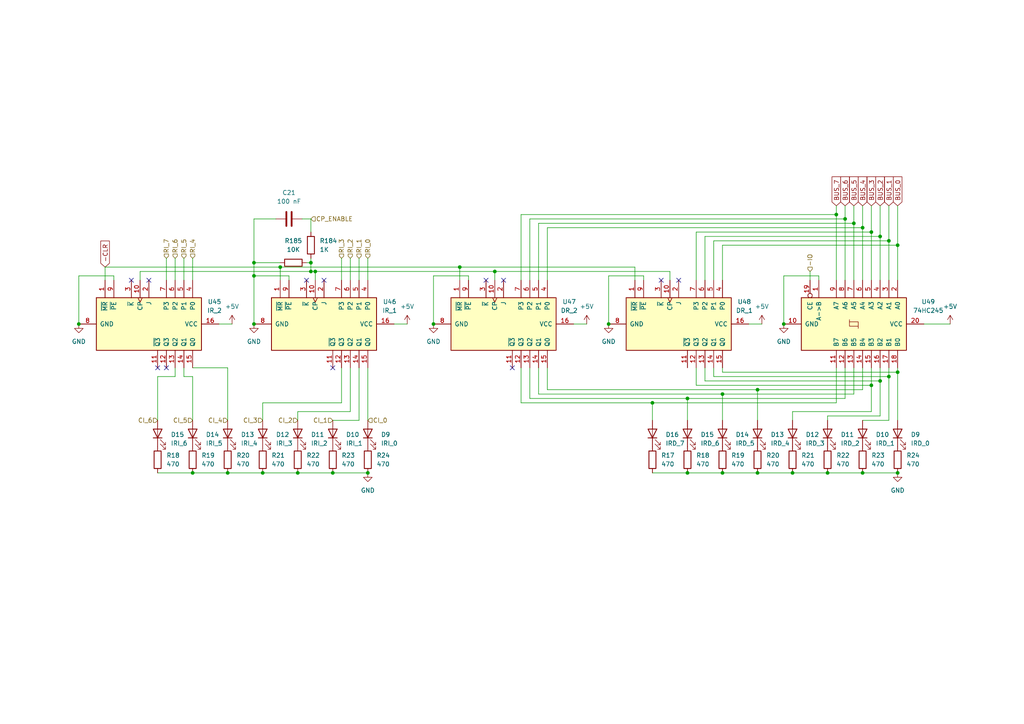
<source format=kicad_sch>
(kicad_sch (version 20230121) (generator eeschema)
  (paper "A4")
  (title_block (title "Instruction Register") (date "2023-07-16") (rev "1"))
  (lib_symbols
    (symbol "74xx:74HC245" (pin_names (offset 1.016))
      (property "Reference" "U" (at -7.62 16.51 0))
      (property "Value" "74HC245" (at -7.62 -16.51 0))
      (symbol "74HC245_1_0"
        (polyline (pts (xy -0.635 -1.27) (xy -0.635 1.27) (xy 0.635 1.27)))
        (polyline (pts (xy -1.27 -1.27) (xy 0.635 -1.27) (xy 0.635 1.27) (xy 1.27 1.27)))
        (pin input line (at -12.7 -10.16 0) (length 5.08) (name "A->B") (number "1"))
        (pin power_in line (at 0 -20.32 90) (length 5.08) (name "GND") (number "10"))
        (pin tri_state line (at 12.7 -5.08 180) (length 5.08) (name "B7") (number "11"))
        (pin tri_state line (at 12.7 -2.54 180) (length 5.08) (name "B6") (number "12"))
        (pin tri_state line (at 12.7 0 180) (length 5.08) (name "B5") (number "13"))
        (pin tri_state line (at 12.7 2.54 180) (length 5.08) (name "B4") (number "14"))
        (pin tri_state line (at 12.7 5.08 180) (length 5.08) (name "B3") (number "15"))
        (pin tri_state line (at 12.7 7.62 180) (length 5.08) (name "B2") (number "16"))
        (pin tri_state line (at 12.7 10.16 180) (length 5.08) (name "B1") (number "17"))
        (pin tri_state line (at 12.7 12.7 180) (length 5.08) (name "B0") (number "18"))
        (pin input inverted (at -12.7 -12.7 0) (length 5.08) (name "CE") (number "19"))
        (pin tri_state line (at -12.7 12.7 0) (length 5.08) (name "A0") (number "2"))
        (pin power_in line (at 0 20.32 270) (length 5.08) (name "VCC") (number "20"))
        (pin tri_state line (at -12.7 10.16 0) (length 5.08) (name "A1") (number "3"))
        (pin tri_state line (at -12.7 7.62 0) (length 5.08) (name "A2") (number "4"))
        (pin tri_state line (at -12.7 5.08 0) (length 5.08) (name "A3") (number "5"))
        (pin tri_state line (at -12.7 2.54 0) (length 5.08) (name "A4") (number "6"))
        (pin tri_state line (at -12.7 0 0) (length 5.08) (name "A5") (number "7"))
        (pin tri_state line (at -12.7 -2.54 0) (length 5.08) (name "A6") (number "8"))
        (pin tri_state line (at -12.7 -5.08 0) (length 5.08) (name "A7") (number "9"))
      )
      (symbol "74HC245_1_1"
        (rectangle (start -7.62 15.24) (end 7.62 -15.24) (stroke (width 0.254)) (fill (type background)))
      )
    )
    (symbol "74xx:74LS195" (pin_names (offset 1.016))
      (property "Reference" "U" (at -7.62 16.51 0))
      (property "Value" "74LS195" (at -7.62 -16.51 0))
      (symbol "74LS195_1_0"
        (pin input line (at -12.7 -12.7 0) (length 5.08) (name "~{MR}") (number "1"))
        (pin input clock (at -12.7 -2.54 0) (length 5.08) (name "CP") (number "10"))
        (pin output line (at 12.7 2.54 180) (length 5.08) (name "~{Q3}") (number "11"))
        (pin output line (at 12.7 5.08 180) (length 5.08) (name "Q3") (number "12"))
        (pin output line (at 12.7 7.62 180) (length 5.08) (name "Q2") (number "13"))
        (pin output line (at 12.7 10.16 180) (length 5.08) (name "Q1") (number "14"))
        (pin output line (at 12.7 12.7 180) (length 5.08) (name "Q0") (number "15"))
        (pin power_in line (at 0 20.32 270) (length 5.08) (name "VCC") (number "16"))
        (pin input line (at -12.7 0 0) (length 5.08) (name "J") (number "2"))
        (pin input line (at -12.7 -5.08 0) (length 5.08) (name "~{K}") (number "3"))
        (pin input line (at -12.7 12.7 0) (length 5.08) (name "P0") (number "4"))
        (pin input line (at -12.7 10.16 0) (length 5.08) (name "P1") (number "5"))
        (pin input line (at -12.7 7.62 0) (length 5.08) (name "P2") (number "6"))
        (pin input line (at -12.7 5.08 0) (length 5.08) (name "P3") (number "7"))
        (pin power_in line (at 0 -20.32 90) (length 5.08) (name "GND") (number "8"))
        (pin input line (at -12.7 -10.16 0) (length 5.08) (name "~{PE}") (number "9"))
      )
      (symbol "74LS195_1_1"
        (rectangle (start -7.62 15.24) (end 7.62 -15.24) (stroke (width 0.254)) (fill (type background)))
      )
    )
    (symbol "Device:C" (pin_numbers hide) (pin_names (offset 0.254))
      (property "Reference" "C" (at 0.635 2.54 0))
      (property "Value" "C" (at 0.635 -2.54 0))
      (symbol "C_0_1"
        (polyline (pts (xy -2.032 -0.762) (xy 2.032 -0.762)) (stroke (width 0.508)))
        (polyline (pts (xy -2.032 0.762) (xy 2.032 0.762)) (stroke (width 0.508)))
      )
      (symbol "C_1_1"
        (pin passive line (at 0 3.81 270) (length 2.794) (name "~") (number "1"))
        (pin passive line (at 0 -3.81 90) (length 2.794) (name "~") (number "2"))
      )
    )
    (symbol "Device:LED" (pin_numbers hide) (pin_names (offset 1.016) hide)
      (property "Reference" "D" (at 0 2.54 0))
      (property "Value" "LED" (at 0 -2.54 0))
      (symbol "LED_0_1"
        (polyline (pts (xy -1.27 -1.27) (xy -1.27 1.27)) (stroke (width 0.254)))
        (polyline (pts (xy -1.27 0) (xy 1.27 0)))
        (polyline (pts (xy 1.27 -1.27) (xy 1.27 1.27) (xy -1.27 0) (xy 1.27 -1.27)) (stroke (width 0.254)))
        (polyline (pts (xy -3.048 -0.762) (xy -4.572 -2.286) (xy -3.81 -2.286) (xy -4.572 -2.286) (xy -4.572 -1.524)))
        (polyline (pts (xy -1.778 -0.762) (xy -3.302 -2.286) (xy -2.54 -2.286) (xy -3.302 -2.286) (xy -3.302 -1.524)))
      )
      (symbol "LED_1_1"
        (pin passive line (at -3.81 0 0) (length 2.54) (name "K") (number "1"))
        (pin passive line (at 3.81 0 180) (length 2.54) (name "A") (number "2"))
      )
    )
    (symbol "Device:R" (pin_numbers hide) (pin_names (offset 0))
      (property "Reference" "R" (at 2.032 0 90))
      (property "Value" "R" (at 0 0 90))
      (symbol "R_0_1"
        (rectangle (start -1.016 -2.54) (end 1.016 2.54) (stroke (width 0.254)))
      )
      (symbol "R_1_1"
        (pin passive line (at 0 3.81 270) (length 1.27) (name "~") (number "1"))
        (pin passive line (at 0 -3.81 90) (length 1.27) (name "~") (number "2"))
      )
    )
    (symbol "power:+5V" (power) (pin_names (offset 0))
      (property "Value" "+5V" (at 0 3.556 0))
      (symbol "+5V_0_1"
        (polyline (pts (xy -0.762 1.27) (xy 0 2.54)))
        (polyline (pts (xy 0 0) (xy 0 2.54)))
        (polyline (pts (xy 0 2.54) (xy 0.762 1.27)))
      )
      (symbol "+5V_1_1"
        (pin power_in line (at 0 0 90) (length 0) hide (name "+5V") (number "1"))
      )
    )
    (symbol "power:GND" (power) (pin_names (offset 0))
      (property "Value" "GND" (at 0 -3.81 0))
      (symbol "GND_0_1"
        (polyline (pts (xy 0 0) (xy 0 -1.27) (xy 1.27 -1.27) (xy 0 -2.54) (xy -1.27 -1.27) (xy 0 -1.27)))
      )
      (symbol "GND_1_1"
        (pin power_in line (at 0 0 270) (length 0) hide (name "GND") (number "1"))
      )
    )
  )
  (junction (at 257.81 69.85))
  (junction (at 176.53 93.98))
  (junction (at 133.35 77.47))
  (junction (at 252.73 111.76))
  (junction (at 189.23 116.84))
  (junction (at 106.68 137.16))
  (junction (at 242.57 62.23))
  (junction (at 252.73 67.31))
  (junction (at 73.66 76.2))
  (junction (at 143.51 78.74))
  (junction (at 260.35 137.16))
  (junction (at 76.2 137.16))
  (junction (at 229.87 137.16))
  (junction (at 90.17 76.2))
  (junction (at 73.66 93.98))
  (junction (at 257.81 109.22))
  (junction (at 255.27 110.49))
  (junction (at 255.27 68.58))
  (junction (at 260.35 107.95))
  (junction (at 199.39 115.57))
  (junction (at 240.03 137.16))
  (junction (at 91.44 78.74))
  (junction (at 250.19 137.16))
  (junction (at 81.28 77.47))
  (junction (at 227.33 93.98))
  (junction (at 219.71 113.03))
  (junction (at 199.39 137.16))
  (junction (at 86.36 137.16))
  (junction (at 66.04 137.16))
  (junction (at 209.55 137.16))
  (junction (at 247.65 64.77))
  (junction (at 90.17 78.74))
  (junction (at 96.52 137.16))
  (junction (at 260.35 71.12))
  (junction (at 55.88 137.16))
  (junction (at 73.66 80.01))
  (junction (at 245.11 63.5))
  (junction (at 209.55 114.3))
  (junction (at 125.73 93.98))
  (junction (at 250.19 66.04))
  (junction (at 22.86 93.98))
  (junction (at 219.71 137.16))
  (no_connect (at 43.18 81.28))
  (no_connect (at 93.98 81.28))
  (no_connect (at 88.9 81.28))
  (no_connect (at 148.59 106.68))
  (no_connect (at 38.1 81.28))
  (no_connect (at 45.72 106.68))
  (no_connect (at 96.52 106.68))
  (no_connect (at 196.85 81.28))
  (no_connect (at 146.05 81.28))
  (no_connect (at 191.77 81.28))
  (no_connect (at 48.26 106.68))
  (no_connect (at 140.97 81.28))
  (wire (pts (xy 209.55 71.12) (xy 260.35 71.12)))
  (wire (pts (xy 207.01 69.85) (xy 257.81 69.85)))
  (wire (pts (xy 252.73 111.76) (xy 252.73 106.68)))
  (wire (pts (xy 229.87 137.16) (xy 240.03 137.16)))
  (wire (pts (xy 201.93 111.76) (xy 252.73 111.76)))
  (wire (pts (xy 260.35 107.95) (xy 260.35 106.68)))
  (wire (pts (xy 199.39 115.57) (xy 245.11 115.57)))
  (wire (pts (xy 257.81 59.69) (xy 257.81 69.85)))
  (wire (pts (xy 135.89 81.28) (xy 135.89 80.01)))
  (wire (pts (xy 158.75 113.03) (xy 219.71 113.03)))
  (wire (pts (xy 80.01 63.5) (xy 73.66 63.5)))
  (wire (pts (xy 114.3 93.98) (xy 118.11 93.98)))
  (wire (pts (xy 209.55 137.16) (xy 219.71 137.16)))
  (wire (pts (xy 189.23 137.16) (xy 199.39 137.16)))
  (wire (pts (xy 96.52 137.16) (xy 106.68 137.16)))
  (wire (pts (xy 45.72 109.22) (xy 50.8 109.22)))
  (wire (pts (xy 189.23 116.84) (xy 189.23 121.92)))
  (wire (pts (xy 245.11 115.57) (xy 245.11 106.68)))
  (wire (pts (xy 40.64 81.28) (xy 40.64 78.74)))
  (wire (pts (xy 153.67 63.5) (xy 245.11 63.5)))
  (wire (pts (xy 90.17 78.74) (xy 91.44 78.74)))
  (wire (pts (xy 96.52 121.92) (xy 104.14 121.92)))
  (wire (pts (xy 156.21 114.3) (xy 209.55 114.3)))
  (wire (pts (xy 255.27 59.69) (xy 255.27 68.58)))
  (wire (pts (xy 90.17 63.5) (xy 87.63 63.5)))
  (wire (pts (xy 73.66 63.5) (xy 73.66 76.2)))
  (wire (pts (xy 45.72 137.16) (xy 55.88 137.16)))
  (wire (pts (xy 250.19 137.16) (xy 260.35 137.16)))
  (wire (pts (xy 55.88 109.22) (xy 55.88 121.92)))
  (wire (pts (xy 153.67 115.57) (xy 199.39 115.57)))
  (wire (pts (xy 73.66 80.01) (xy 73.66 93.98)))
  (wire (pts (xy 66.04 121.92) (xy 66.04 106.68)))
  (wire (pts (xy 201.93 81.28) (xy 201.93 67.31)))
  (wire (pts (xy 255.27 110.49) (xy 255.27 106.68)))
  (wire (pts (xy 240.03 137.16) (xy 250.19 137.16)))
  (wire (pts (xy 135.89 80.01) (xy 125.73 80.01)))
  (wire (pts (xy 255.27 68.58) (xy 255.27 81.28)))
  (wire (pts (xy 240.03 121.92) (xy 240.03 120.65)))
  (wire (pts (xy 247.65 64.77) (xy 247.65 81.28)))
  (wire (pts (xy 104.14 121.92) (xy 104.14 106.68)))
  (wire (pts (xy 86.36 119.38) (xy 86.36 121.92)))
  (wire (pts (xy 166.37 93.98) (xy 170.18 93.98)))
  (wire (pts (xy 76.2 116.84) (xy 76.2 121.92)))
  (wire (pts (xy 267.97 93.98) (xy 275.59 93.98)))
  (wire (pts (xy 22.86 80.01) (xy 22.86 93.98)))
  (wire (pts (xy 101.6 74.93) (xy 101.6 81.28)))
  (wire (pts (xy 133.35 77.47) (xy 184.15 77.47)))
  (wire (pts (xy 73.66 76.2) (xy 73.66 80.01)))
  (wire (pts (xy 186.69 80.01) (xy 176.53 80.01)))
  (wire (pts (xy 88.9 76.2) (xy 90.17 76.2)))
  (wire (pts (xy 158.75 66.04) (xy 250.19 66.04)))
  (wire (pts (xy 260.35 59.69) (xy 260.35 71.12)))
  (wire (pts (xy 153.67 106.68) (xy 153.67 115.57)))
  (wire (pts (xy 106.68 74.93) (xy 106.68 81.28)))
  (wire (pts (xy 106.68 106.68) (xy 106.68 121.92)))
  (wire (pts (xy 219.71 113.03) (xy 250.19 113.03)))
  (wire (pts (xy 158.75 106.68) (xy 158.75 113.03)))
  (wire (pts (xy 143.51 78.74) (xy 194.31 78.74)))
  (wire (pts (xy 252.73 119.38) (xy 252.73 111.76)))
  (wire (pts (xy 90.17 74.93) (xy 90.17 76.2)))
  (wire (pts (xy 252.73 59.69) (xy 252.73 67.31)))
  (wire (pts (xy 55.88 109.22) (xy 53.34 109.22)))
  (wire (pts (xy 133.35 77.47) (xy 133.35 81.28)))
  (wire (pts (xy 55.88 74.93) (xy 55.88 81.28)))
  (wire (pts (xy 204.47 68.58) (xy 255.27 68.58)))
  (wire (pts (xy 229.87 119.38) (xy 252.73 119.38)))
  (wire (pts (xy 53.34 74.93) (xy 53.34 81.28)))
  (wire (pts (xy 30.48 77.47) (xy 81.28 77.47)))
  (wire (pts (xy 242.57 62.23) (xy 242.57 81.28)))
  (wire (pts (xy 250.19 66.04) (xy 250.19 81.28)))
  (wire (pts (xy 153.67 81.28) (xy 153.67 63.5)))
  (wire (pts (xy 209.55 114.3) (xy 209.55 121.92)))
  (wire (pts (xy 250.19 59.69) (xy 250.19 66.04)))
  (wire (pts (xy 219.71 113.03) (xy 219.71 121.92)))
  (wire (pts (xy 237.49 81.28) (xy 237.49 80.01)))
  (wire (pts (xy 194.31 78.74) (xy 194.31 81.28)))
  (wire (pts (xy 250.19 121.92) (xy 257.81 121.92)))
  (wire (pts (xy 86.36 137.16) (xy 96.52 137.16)))
  (wire (pts (xy 86.36 119.38) (xy 101.6 119.38)))
  (wire (pts (xy 219.71 137.16) (xy 229.87 137.16)))
  (wire (pts (xy 252.73 67.31) (xy 252.73 81.28)))
  (wire (pts (xy 156.21 81.28) (xy 156.21 64.77)))
  (wire (pts (xy 257.81 121.92) (xy 257.81 109.22)))
  (wire (pts (xy 209.55 106.68) (xy 209.55 107.95)))
  (wire (pts (xy 245.11 63.5) (xy 245.11 81.28)))
  (wire (pts (xy 33.02 81.28) (xy 33.02 80.01)))
  (wire (pts (xy 151.13 106.68) (xy 151.13 116.84)))
  (wire (pts (xy 90.17 76.2) (xy 90.17 78.74)))
  (wire (pts (xy 50.8 74.93) (xy 50.8 81.28)))
  (wire (pts (xy 50.8 109.22) (xy 50.8 106.68)))
  (wire (pts (xy 240.03 120.65) (xy 255.27 120.65)))
  (wire (pts (xy 229.87 121.92) (xy 229.87 119.38)))
  (wire (pts (xy 83.82 81.28) (xy 83.82 80.01)))
  (wire (pts (xy 48.26 74.93) (xy 48.26 81.28)))
  (wire (pts (xy 101.6 119.38) (xy 101.6 106.68)))
  (wire (pts (xy 73.66 76.2) (xy 81.28 76.2)))
  (wire (pts (xy 227.33 80.01) (xy 227.33 93.98)))
  (wire (pts (xy 199.39 115.57) (xy 199.39 121.92)))
  (wire (pts (xy 76.2 116.84) (xy 99.06 116.84)))
  (wire (pts (xy 237.49 80.01) (xy 227.33 80.01)))
  (wire (pts (xy 99.06 74.93) (xy 99.06 81.28)))
  (wire (pts (xy 40.64 78.74) (xy 90.17 78.74)))
  (wire (pts (xy 158.75 81.28) (xy 158.75 66.04)))
  (wire (pts (xy 207.01 109.22) (xy 257.81 109.22)))
  (wire (pts (xy 201.93 67.31) (xy 252.73 67.31)))
  (wire (pts (xy 247.65 59.69) (xy 247.65 64.77)))
  (wire (pts (xy 55.88 137.16) (xy 66.04 137.16)))
  (wire (pts (xy 257.81 69.85) (xy 257.81 81.28)))
  (wire (pts (xy 176.53 80.01) (xy 176.53 93.98)))
  (wire (pts (xy 90.17 67.31) (xy 90.17 63.5)))
  (wire (pts (xy 99.06 116.84) (xy 99.06 106.68)))
  (wire (pts (xy 260.35 107.95) (xy 260.35 121.92)))
  (wire (pts (xy 66.04 137.16) (xy 76.2 137.16)))
  (wire (pts (xy 207.01 81.28) (xy 207.01 69.85)))
  (wire (pts (xy 255.27 120.65) (xy 255.27 110.49)))
  (wire (pts (xy 242.57 59.69) (xy 242.57 62.23)))
  (wire (pts (xy 156.21 64.77) (xy 247.65 64.77)))
  (wire (pts (xy 104.14 74.93) (xy 104.14 81.28)))
  (wire (pts (xy 91.44 78.74) (xy 143.51 78.74)))
  (wire (pts (xy 257.81 109.22) (xy 257.81 106.68)))
  (wire (pts (xy 33.02 80.01) (xy 22.86 80.01)))
  (wire (pts (xy 209.55 107.95) (xy 260.35 107.95)))
  (wire (pts (xy 184.15 77.47) (xy 184.15 81.28)))
  (wire (pts (xy 63.5 93.98) (xy 67.31 93.98)))
  (wire (pts (xy 143.51 78.74) (xy 143.51 81.28)))
  (wire (pts (xy 247.65 114.3) (xy 247.65 106.68)))
  (wire (pts (xy 66.04 106.68) (xy 55.88 106.68)))
  (wire (pts (xy 186.69 81.28) (xy 186.69 80.01)))
  (wire (pts (xy 245.11 59.69) (xy 245.11 63.5)))
  (wire (pts (xy 30.48 77.47) (xy 30.48 81.28)))
  (wire (pts (xy 125.73 80.01) (xy 125.73 93.98)))
  (wire (pts (xy 81.28 77.47) (xy 81.28 81.28)))
  (wire (pts (xy 234.95 78.74) (xy 234.95 81.28)))
  (wire (pts (xy 81.28 77.47) (xy 133.35 77.47)))
  (wire (pts (xy 204.47 110.49) (xy 255.27 110.49)))
  (wire (pts (xy 201.93 106.68) (xy 201.93 111.76)))
  (wire (pts (xy 151.13 116.84) (xy 189.23 116.84)))
  (wire (pts (xy 156.21 106.68) (xy 156.21 114.3)))
  (wire (pts (xy 242.57 116.84) (xy 242.57 106.68)))
  (wire (pts (xy 217.17 93.98) (xy 220.98 93.98)))
  (wire (pts (xy 260.35 71.12) (xy 260.35 81.28)))
  (wire (pts (xy 53.34 109.22) (xy 53.34 106.68)))
  (wire (pts (xy 209.55 114.3) (xy 247.65 114.3)))
  (wire (pts (xy 204.47 81.28) (xy 204.47 68.58)))
  (wire (pts (xy 199.39 137.16) (xy 209.55 137.16)))
  (wire (pts (xy 209.55 81.28) (xy 209.55 71.12)))
  (wire (pts (xy 151.13 81.28) (xy 151.13 62.23)))
  (wire (pts (xy 45.72 109.22) (xy 45.72 121.92)))
  (wire (pts (xy 204.47 106.68) (xy 204.47 110.49)))
  (wire (pts (xy 83.82 80.01) (xy 73.66 80.01)))
  (wire (pts (xy 207.01 106.68) (xy 207.01 109.22)))
  (wire (pts (xy 91.44 78.74) (xy 91.44 81.28)))
  (wire (pts (xy 189.23 116.84) (xy 242.57 116.84)))
  (wire (pts (xy 250.19 113.03) (xy 250.19 106.68)))
  (wire (pts (xy 151.13 62.23) (xy 242.57 62.23)))
  (wire (pts (xy 76.2 137.16) (xy 86.36 137.16)))
  (global_label "BUS_2" (shape input) (at 255.27 59.69 90) (property "Intersheetrefs" "${INTERSHEET_REFS}" (effects hide)))
  (global_label "BUS_6" (shape input) (at 245.11 59.69 90) (property "Intersheetrefs" "${INTERSHEET_REFS}" (effects hide)))
  (global_label "BUS_5" (shape input) (at 247.65 59.69 90) (property "Intersheetrefs" "${INTERSHEET_REFS}" (effects hide)))
  (global_label "BUS_0" (shape input) (at 260.35 59.69 90) (property "Intersheetrefs" "${INTERSHEET_REFS}" (effects hide)))
  (global_label "BUS_4" (shape input) (at 250.19 59.69 90) (property "Intersheetrefs" "${INTERSHEET_REFS}" (effects hide)))
  (global_label "BUS_7" (shape input) (at 242.57 59.69 90) (property "Intersheetrefs" "${INTERSHEET_REFS}" (effects hide)))
  (global_label "-CLR" (shape input) (at 30.48 77.47 90) (property "Intersheetrefs" "${INTERSHEET_REFS}" (effects hide)))
  (global_label "BUS_1" (shape input) (at 257.81 59.69 90) (property "Intersheetrefs" "${INTERSHEET_REFS}" (effects hide)))
  (global_label "BUS_3" (shape input) (at 252.73 59.69 90) (property "Intersheetrefs" "${INTERSHEET_REFS}" (effects hide)))
  (hierarchical_label "RI_0" (shape input) (at 106.68 74.93 90))
  (hierarchical_label "CP_ENABLE" (shape input) (at 90.17 63.5 0))
  (hierarchical_label "CI_1" (shape input) (at 96.52 121.92 180))
  (hierarchical_label "RI_2" (shape input) (at 101.6 74.93 90))
  (hierarchical_label "RI_7" (shape input) (at 48.26 74.93 90))
  (hierarchical_label "RI_6" (shape input) (at 50.8 74.93 90))
  (hierarchical_label "CI_5" (shape input) (at 55.88 121.92 180))
  (hierarchical_label "-IO" (shape input) (at 234.95 78.74 90))
  (hierarchical_label "RI_3" (shape input) (at 99.06 74.93 90))
  (hierarchical_label "RI_1" (shape input) (at 104.14 74.93 90))
  (hierarchical_label "CI_6" (shape input) (at 45.72 121.92 180))
  (hierarchical_label "CI_3" (shape input) (at 76.2 121.92 180))
  (hierarchical_label "CI_2" (shape input) (at 86.36 121.92 180))
  (hierarchical_label "RI_4" (shape input) (at 55.88 74.93 90))
  (hierarchical_label "RI_5" (shape input) (at 53.34 74.93 90))
  (hierarchical_label "CI_4" (shape input) (at 66.04 121.92 180))
  (hierarchical_label "CI_0" (shape input) (at 106.68 121.92 0))
  (symbol (lib_id "Device:LED") (at 209.55 125.73 90) (unit 1)
    (property "Reference" "D14" (at 213.36 126.0475 90) (effects (justify right)))
    (property "Value" "IRD_5" (at 213.36 128.5875 90) (effects (justify right)))
    (property "Footprint" "LED_THT:LED_D3.0mm" (effects hide))
    (instances (project "SAP-Extended" (path "" (reference "D14") (unit 1)) (path "" (reference "D19") (unit 1)) (path "" (reference "D76") (unit 1))))
  )
  (symbol (lib_id "74xx:74HC245") (at 247.65 93.98 270) (unit 1)
    (property "Reference" "U49" (at 269.24 87.5283 90))
    (property "Value" "74HC245" (at 269.24 90.0683 90))
    (property "Footprint" "Package_DIP:DIP-20_W7.62mm_Socket" (effects hide))
    (property "Datasheet" "http://www.ti.com/lit/gpn/sn74HC245" (effects hide))
  )
  (symbol (lib_id "Device:LED") (at 96.52 125.73 90) (unit 1)
    (property "Reference" "D10" (at 100.33 126.0475 90) (effects (justify right)))
    (property "Value" "IRI_1" (at 100.33 128.5875 90) (effects (justify right)))
    (property "Footprint" "LED_THT:LED_D3.0mm" (effects hide))
    (instances (project "SAP-Extended" (path "" (reference "D10") (unit 1)) (path "" (reference "D23") (unit 1)) (path "" (reference "D88") (unit 1))))
  )
  (symbol (lib_id "74xx:74LS195") (at 196.85 93.98 270) (unit 1)
    (property "Reference" "U48" (at 215.9 87.5283 90))
    (property "Value" "DR_1" (at 215.9 90.0683 90))
    (property "Footprint" "Package_DIP:DIP-16_W7.62mm_Socket" (effects hide))
    (property "Datasheet" "http://www.ti.com/lit/gpn/sn74LS195" (effects hide))
  )
  (symbol (lib_id "Device:LED") (at 55.88 125.73 90) (unit 1)
    (property "Reference" "D14" (at 59.69 126.0475 90) (effects (justify right)))
    (property "Value" "IRI_5" (at 59.69 128.5875 90) (effects (justify right)))
    (property "Footprint" "LED_THT:LED_D3.0mm" (effects hide))
    (instances (project "SAP-Extended" (path "" (reference "D14") (unit 1)) (path "" (reference "D19") (unit 1)) (path "" (reference "D84") (unit 1))))
  )
  (symbol (lib_id "Device:R") (at 66.04 133.35 0) (unit 1)
    (property "Reference" "R20" (at 68.58 132.08 0) (effects (justify left)))
    (property "Value" "470" (at 68.58 134.62 0) (effects (justify left)))
    (property "Footprint" "Resistor_SMD:R_1206_3216Metric_Pad1.30x1.75mm_HandSolder" (effects hide))
    (instances (project "SAP-Extended" (path "" (reference "R20") (unit 1)) (path "" (reference "R28") (unit 1)) (path "" (reference "R104") (unit 1))))
  )
  (symbol (lib_id "Device:LED") (at 250.19 125.73 90) (unit 1)
    (property "Reference" "D10" (at 254 126.0475 90) (effects (justify right)))
    (property "Value" "IRD_1" (at 254 128.5875 90) (effects (justify right)))
    (property "Footprint" "LED_THT:LED_D3.0mm" (effects hide))
    (instances (project "SAP-Extended" (path "" (reference "D10") (unit 1)) (path "" (reference "D23") (unit 1)) (path "" (reference "D80") (unit 1))))
  )
  (symbol (lib_id "74xx:74LS195") (at 93.98 93.98 270) (unit 1)
    (property "Reference" "U46" (at 113.03 87.5283 90))
    (property "Value" "IR_1" (at 113.03 90.0683 90))
    (property "Footprint" "Package_DIP:DIP-16_W7.62mm_Socket" (effects hide))
    (property "Datasheet" "http://www.ti.com/lit/gpn/sn74LS195" (effects hide))
  )
  (symbol (lib_id "Device:LED") (at 229.87 125.73 90) (unit 1)
    (property "Reference" "D12" (at 233.68 126.0475 90) (effects (justify right)))
    (property "Value" "IRD_3" (at 233.68 128.5875 90) (effects (justify right)))
    (property "Footprint" "LED_THT:LED_D3.0mm" (effects hide))
    (instances (project "SAP-Extended" (path "" (reference "D12") (unit 1)) (path "" (reference "D21") (unit 1)) (path "" (reference "D78") (unit 1))))
  )
  (symbol (lib_id "Device:R") (at 250.19 133.35 0) (unit 1)
    (property "Reference" "R23" (at 252.73 132.08 0) (effects (justify left)))
    (property "Value" "470" (at 252.73 134.62 0) (effects (justify left)))
    (property "Footprint" "Resistor_SMD:R_1206_3216Metric_Pad1.30x1.75mm_HandSolder" (effects hide))
    (instances (project "SAP-Extended" (path "" (reference "R23") (unit 1)) (path "" (reference "R31") (unit 1)) (path "" (reference "R99") (unit 1))))
  )
  (symbol (lib_id "Device:LED") (at 240.03 125.73 90) (unit 1)
    (property "Reference" "D11" (at 243.84 126.0475 90) (effects (justify right)))
    (property "Value" "IRD_2" (at 243.84 128.5875 90) (effects (justify right)))
    (property "Footprint" "LED_THT:LED_D3.0mm" (effects hide))
    (instances (project "SAP-Extended" (path "" (reference "D11") (unit 1)) (path "" (reference "D22") (unit 1)) (path "" (reference "D79") (unit 1))))
  )
  (symbol (lib_id "Device:R") (at 85.09 76.2 90) (unit 1)
    (property "Reference" "R185" (at 85.09 69.85 90))
    (property "Value" "10K" (at 85.09 72.39 90))
    (property "Footprint" "Resistor_SMD:R_1206_3216Metric_Pad1.30x1.75mm_HandSolder" (effects hide))
  )
  (symbol (lib_id "power:GND") (at 106.68 137.16 0) (unit 1)
    (property "Reference" "#PWR022" (effects hide))
    (property "Value" "GND" (at 106.68 142.24 0))
    (instances (project "SAP-Extended" (path "" (reference "#PWR022") (unit 1)) (path "" (reference "#PWR023") (unit 1)) (path "" (reference "#PWR0101") (unit 1))))
  )
  (symbol (lib_id "Device:R") (at 96.52 133.35 0) (unit 1)
    (property "Reference" "R23" (at 99.06 132.08 0) (effects (justify left)))
    (property "Value" "470" (at 99.06 134.62 0) (effects (justify left)))
    (property "Footprint" "Resistor_SMD:R_1206_3216Metric_Pad1.30x1.75mm_HandSolder" (effects hide))
    (instances (project "SAP-Extended" (path "" (reference "R23") (unit 1)) (path "" (reference "R31") (unit 1)) (path "" (reference "R107") (unit 1))))
  )
  (symbol (lib_id "Device:LED") (at 199.39 125.73 90) (unit 1)
    (property "Reference" "D15" (at 203.2 126.0475 90) (effects (justify right)))
    (property "Value" "IRD_6" (at 203.2 128.5875 90) (effects (justify right)))
    (property "Footprint" "LED_THT:LED_D3.0mm" (effects hide))
    (instances (project "SAP-Extended" (path "" (reference "D15") (unit 1)) (path "" (reference "D18") (unit 1)) (path "" (reference "D75") (unit 1))))
  )
  (symbol (lib_id "power:+5V") (at 118.11 93.98 0) (unit 1)
    (property "Reference" "#PWR099" (effects hide))
    (property "Value" "+5V" (at 118.11 88.9 0))
  )
  (symbol (lib_id "Device:R") (at 240.03 133.35 0) (unit 1)
    (property "Reference" "R22" (at 242.57 132.08 0) (effects (justify left)))
    (property "Value" "470" (at 242.57 134.62 0) (effects (justify left)))
    (property "Footprint" "Resistor_SMD:R_1206_3216Metric_Pad1.30x1.75mm_HandSolder" (effects hide))
    (instances (project "SAP-Extended" (path "" (reference "R22") (unit 1)) (path "" (reference "R30") (unit 1)) (path "" (reference "R98") (unit 1))))
  )
  (symbol (lib_id "Device:R") (at 229.87 133.35 0) (unit 1)
    (property "Reference" "R21" (at 232.41 132.08 0) (effects (justify left)))
    (property "Value" "470" (at 232.41 134.62 0) (effects (justify left)))
    (property "Footprint" "Resistor_SMD:R_1206_3216Metric_Pad1.30x1.75mm_HandSolder" (effects hide))
    (instances (project "SAP-Extended" (path "" (reference "R21") (unit 1)) (path "" (reference "R29") (unit 1)) (path "" (reference "R97") (unit 1))))
  )
  (symbol (lib_id "power:+5V") (at 275.59 93.98 0) (unit 1)
    (property "Reference" "#PWR096" (effects hide))
    (property "Value" "+5V" (at 275.59 88.9 0))
  )
  (symbol (lib_id "Device:R") (at 219.71 133.35 0) (unit 1)
    (property "Reference" "R20" (at 222.25 132.08 0) (effects (justify left)))
    (property "Value" "470" (at 222.25 134.62 0) (effects (justify left)))
    (property "Footprint" "Resistor_SMD:R_1206_3216Metric_Pad1.30x1.75mm_HandSolder" (effects hide))
    (instances (project "SAP-Extended" (path "" (reference "R20") (unit 1)) (path "" (reference "R28") (unit 1)) (path "" (reference "R96") (unit 1))))
  )
  (symbol (lib_id "power:GND") (at 176.53 93.98 0) (unit 1)
    (property "Reference" "#PWR093" (effects hide))
    (property "Value" "GND" (at 176.53 99.06 0))
  )
  (symbol (lib_id "Device:LED") (at 219.71 125.73 90) (unit 1)
    (property "Reference" "D13" (at 223.52 126.0475 90) (effects (justify right)))
    (property "Value" "IRD_4" (at 223.52 128.5875 90) (effects (justify right)))
    (property "Footprint" "LED_THT:LED_D3.0mm" (effects hide))
    (instances (project "SAP-Extended" (path "" (reference "D13") (unit 1)) (path "" (reference "D20") (unit 1)) (path "" (reference "D77") (unit 1))))
  )
  (symbol (lib_id "power:GND") (at 73.66 93.98 0) (unit 1)
    (property "Reference" "#PWR091" (effects hide))
    (property "Value" "GND" (at 73.66 99.06 0))
  )
  (symbol (lib_id "power:GND") (at 22.86 93.98 0) (unit 1)
    (property "Reference" "#PWR090" (effects hide))
    (property "Value" "GND" (at 22.86 99.06 0))
  )
  (symbol (lib_id "Device:R") (at 90.17 71.12 0) (unit 1)
    (property "Reference" "R184" (at 92.71 69.85 0) (effects (justify left)))
    (property "Value" "1K" (at 92.71 72.39 0) (effects (justify left)))
    (property "Footprint" "Resistor_SMD:R_1206_3216Metric_Pad1.30x1.75mm_HandSolder" (effects hide))
  )
  (symbol (lib_id "Device:LED") (at 106.68 125.73 90) (unit 1)
    (property "Reference" "D9" (at 110.49 126.0475 90) (effects (justify right)))
    (property "Value" "IRI_0" (at 110.49 128.5875 90) (effects (justify right)))
    (property "Footprint" "LED_THT:LED_D3.0mm" (effects hide))
    (instances (project "SAP-Extended" (path "" (reference "D9") (unit 1)) (path "" (reference "D24") (unit 1)) (path "" (reference "D89") (unit 1))))
  )
  (symbol (lib_id "Device:LED") (at 260.35 125.73 90) (unit 1)
    (property "Reference" "D9" (at 264.16 126.0475 90) (effects (justify right)))
    (property "Value" "IRD_0" (at 264.16 128.5875 90) (effects (justify right)))
    (property "Footprint" "LED_THT:LED_D3.0mm" (effects hide))
    (instances (project "SAP-Extended" (path "" (reference "D9") (unit 1)) (path "" (reference "D24") (unit 1)) (path "" (reference "D81") (unit 1))))
  )
  (symbol (lib_id "Device:R") (at 86.36 133.35 0) (unit 1)
    (property "Reference" "R22" (at 88.9 132.08 0) (effects (justify left)))
    (property "Value" "470" (at 88.9 134.62 0) (effects (justify left)))
    (property "Footprint" "Resistor_SMD:R_1206_3216Metric_Pad1.30x1.75mm_HandSolder" (effects hide))
    (instances (project "SAP-Extended" (path "" (reference "R22") (unit 1)) (path "" (reference "R30") (unit 1)) (path "" (reference "R106") (unit 1))))
  )
  (symbol (lib_id "Device:R") (at 106.68 133.35 0) (unit 1)
    (property "Reference" "R24" (at 109.22 132.08 0) (effects (justify left)))
    (property "Value" "470" (at 109.22 134.62 0) (effects (justify left)))
    (property "Footprint" "Resistor_SMD:R_1206_3216Metric_Pad1.30x1.75mm_HandSolder" (effects hide))
    (instances (project "SAP-Extended" (path "" (reference "R24") (unit 1)) (path "" (reference "R32") (unit 1)) (path "" (reference "R108") (unit 1))))
  )
  (symbol (lib_id "power:GND") (at 125.73 93.98 0) (unit 1)
    (property "Reference" "#PWR092" (effects hide))
    (property "Value" "GND" (at 125.73 99.06 0))
  )
  (symbol (lib_id "power:GND") (at 260.35 137.16 0) (unit 1)
    (property "Reference" "#PWR022" (effects hide))
    (property "Value" "GND" (at 260.35 142.24 0))
    (instances (project "SAP-Extended" (path "" (reference "#PWR022") (unit 1)) (path "" (reference "#PWR023") (unit 1)) (path "" (reference "#PWR095") (unit 1))))
  )
  (symbol (lib_id "Device:R") (at 189.23 133.35 0) (unit 1)
    (property "Reference" "R17" (at 191.77 132.08 0) (effects (justify left)))
    (property "Value" "470" (at 191.77 134.62 0) (effects (justify left)))
    (property "Footprint" "Resistor_SMD:R_1206_3216Metric_Pad1.30x1.75mm_HandSolder" (effects hide))
    (instances (project "SAP-Extended" (path "" (reference "R17") (unit 1)) (path "" (reference "R25") (unit 1)) (path "" (reference "R93") (unit 1))))
  )
  (symbol (lib_id "Device:R") (at 260.35 133.35 0) (unit 1)
    (property "Reference" "R24" (at 262.89 132.08 0) (effects (justify left)))
    (property "Value" "470" (at 262.89 134.62 0) (effects (justify left)))
    (property "Footprint" "Resistor_SMD:R_1206_3216Metric_Pad1.30x1.75mm_HandSolder" (effects hide))
    (instances (project "SAP-Extended" (path "" (reference "R24") (unit 1)) (path "" (reference "R32") (unit 1)) (path "" (reference "R100") (unit 1))))
  )
  (symbol (lib_id "power:+5V") (at 170.18 93.98 0) (unit 1)
    (property "Reference" "#PWR098" (effects hide))
    (property "Value" "+5V" (at 170.18 88.9 0))
  )
  (symbol (lib_id "Device:R") (at 45.72 133.35 0) (unit 1)
    (property "Reference" "R18" (at 48.26 132.08 0) (effects (justify left)))
    (property "Value" "470" (at 48.26 134.62 0) (effects (justify left)))
    (property "Footprint" "Resistor_SMD:R_1206_3216Metric_Pad1.30x1.75mm_HandSolder" (effects hide))
    (instances (project "SAP-Extended" (path "" (reference "R18") (unit 1)) (path "" (reference "R26") (unit 1)) (path "" (reference "R102") (unit 1))))
  )
  (symbol (lib_id "power:+5V") (at 67.31 93.98 0) (unit 1)
    (property "Reference" "#PWR0100" (effects hide))
    (property "Value" "+5V" (at 67.31 88.9 0))
  )
  (symbol (lib_id "Device:R") (at 209.55 133.35 0) (unit 1)
    (property "Reference" "R19" (at 212.09 132.08 0) (effects (justify left)))
    (property "Value" "470" (at 212.09 134.62 0) (effects (justify left)))
    (property "Footprint" "Resistor_SMD:R_1206_3216Metric_Pad1.30x1.75mm_HandSolder" (effects hide))
    (instances (project "SAP-Extended" (path "" (reference "R19") (unit 1)) (path "" (reference "R27") (unit 1)) (path "" (reference "R95") (unit 1))))
  )
  (symbol (lib_id "Device:R") (at 199.39 133.35 0) (unit 1)
    (property "Reference" "R18" (at 201.93 132.08 0) (effects (justify left)))
    (property "Value" "470" (at 201.93 134.62 0) (effects (justify left)))
    (property "Footprint" "Resistor_SMD:R_1206_3216Metric_Pad1.30x1.75mm_HandSolder" (effects hide))
    (instances (project "SAP-Extended" (path "" (reference "R18") (unit 1)) (path "" (reference "R26") (unit 1)) (path "" (reference "R94") (unit 1))))
  )
  (symbol (lib_id "Device:LED") (at 45.72 125.73 90) (unit 1)
    (property "Reference" "D15" (at 49.53 126.0475 90) (effects (justify right)))
    (property "Value" "IRI_6" (at 49.53 128.5875 90) (effects (justify right)))
    (property "Footprint" "LED_THT:LED_D3.0mm" (effects hide))
    (instances (project "SAP-Extended" (path "" (reference "D15") (unit 1)) (path "" (reference "D18") (unit 1)) (path "" (reference "D83") (unit 1))))
  )
  (symbol (lib_id "74xx:74LS195") (at 43.18 93.98 270) (unit 1)
    (property "Reference" "U45" (at 62.23 87.5283 90))
    (property "Value" "IR_2" (at 62.23 90.0683 90))
    (property "Footprint" "Package_DIP:DIP-16_W7.62mm_Socket" (effects hide))
    (property "Datasheet" "http://www.ti.com/lit/gpn/sn74LS195" (effects hide))
  )
  (symbol (lib_id "Device:LED") (at 86.36 125.73 90) (unit 1)
    (property "Reference" "D11" (at 90.17 126.0475 90) (effects (justify right)))
    (property "Value" "IRI_2" (at 90.17 128.5875 90) (effects (justify right)))
    (property "Footprint" "LED_THT:LED_D3.0mm" (effects hide))
    (instances (project "SAP-Extended" (path "" (reference "D11") (unit 1)) (path "" (reference "D22") (unit 1)) (path "" (reference "D87") (unit 1))))
  )
  (symbol (lib_id "Device:R") (at 76.2 133.35 0) (unit 1)
    (property "Reference" "R21" (at 78.74 132.08 0) (effects (justify left)))
    (property "Value" "470" (at 78.74 134.62 0) (effects (justify left)))
    (property "Footprint" "Resistor_SMD:R_1206_3216Metric_Pad1.30x1.75mm_HandSolder" (effects hide))
    (instances (project "SAP-Extended" (path "" (reference "R21") (unit 1)) (path "" (reference "R29") (unit 1)) (path "" (reference "R105") (unit 1))))
  )
  (symbol (lib_id "74xx:74LS195") (at 146.05 93.98 270) (unit 1)
    (property "Reference" "U47" (at 165.1 87.5283 90))
    (property "Value" "DR_2" (at 165.1 90.0683 90))
    (property "Footprint" "Package_DIP:DIP-16_W7.62mm_Socket" (effects hide))
    (property "Datasheet" "http://www.ti.com/lit/gpn/sn74LS195" (effects hide))
  )
  (symbol (lib_id "Device:LED") (at 189.23 125.73 90) (unit 1)
    (property "Reference" "D16" (at 193.04 126.0475 90) (effects (justify right)))
    (property "Value" "IRD_7" (at 193.04 128.5875 90) (effects (justify right)))
    (property "Footprint" "LED_THT:LED_D3.0mm" (effects hide))
    (instances (project "SAP-Extended" (path "" (reference "D16") (unit 1)) (path "" (reference "D17") (unit 1)) (path "" (reference "D74") (unit 1))))
  )
  (symbol (lib_id "Device:LED") (at 66.04 125.73 90) (unit 1)
    (property "Reference" "D13" (at 69.85 126.0475 90) (effects (justify right)))
    (property "Value" "IRI_4" (at 69.85 128.5875 90) (effects (justify right)))
    (property "Footprint" "LED_THT:LED_D3.0mm" (effects hide))
    (instances (project "SAP-Extended" (path "" (reference "D13") (unit 1)) (path "" (reference "D20") (unit 1)) (path "" (reference "D85") (unit 1))))
  )
  (symbol (lib_id "power:GND") (at 227.33 93.98 0) (unit 1)
    (property "Reference" "#PWR094" (effects hide))
    (property "Value" "GND" (at 227.33 99.06 0))
  )
  (symbol (lib_id "Device:R") (at 55.88 133.35 0) (unit 1)
    (property "Reference" "R19" (at 58.42 132.08 0) (effects (justify left)))
    (property "Value" "470" (at 58.42 134.62 0) (effects (justify left)))
    (property "Footprint" "Resistor_SMD:R_1206_3216Metric_Pad1.30x1.75mm_HandSolder" (effects hide))
    (instances (project "SAP-Extended" (path "" (reference "R19") (unit 1)) (path "" (reference "R27") (unit 1)) (path "" (reference "R103") (unit 1))))
  )
  (symbol (lib_id "Device:LED") (at 76.2 125.73 90) (unit 1)
    (property "Reference" "D12" (at 80.01 126.0475 90) (effects (justify right)))
    (property "Value" "IRI_3" (at 80.01 128.5875 90) (effects (justify right)))
    (property "Footprint" "LED_THT:LED_D3.0mm" (effects hide))
    (instances (project "SAP-Extended" (path "" (reference "D12") (unit 1)) (path "" (reference "D21") (unit 1)) (path "" (reference "D86") (unit 1))))
  )
  (symbol (lib_id "power:+5V") (at 220.98 93.98 0) (unit 1)
    (property "Reference" "#PWR097" (effects hide))
    (property "Value" "+5V" (at 220.98 88.9 0))
  )
  (symbol (lib_id "Device:C") (at 83.82 63.5 90) (unit 1)
    (property "Reference" "C21" (at 83.82 55.88 90))
    (property "Value" "100 nF" (at 83.82 58.42 90))
    (property "Footprint" "Resistor_SMD:R_1206_3216Metric_Pad1.30x1.75mm_HandSolder" (effects hide))
  )
)
</source>
